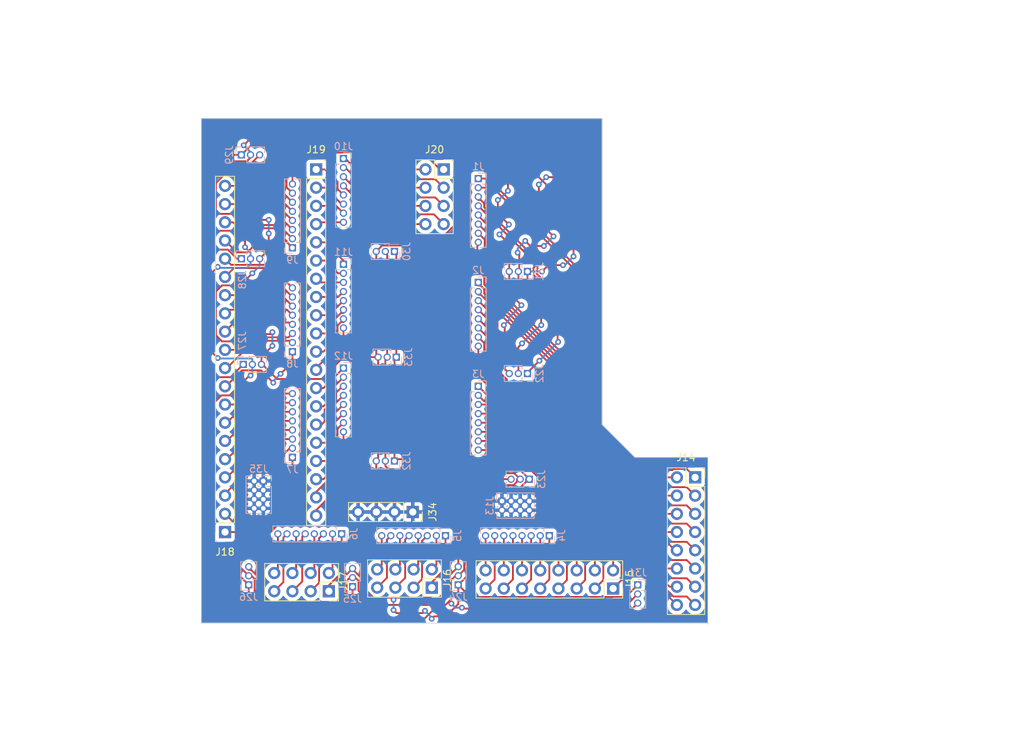
<source format=kicad_pcb>
(kicad_pcb (version 20221018) (generator pcbnew)
  (layers (0 "F.Cu" signal) (31 "B.Cu" signal) (34 "B.Paste" user) (35 "F.Paste" user) (36 "B.SilkS" user "B.Silkscreen") (37 "F.SilkS" user "F.Silkscreen") (38 "B.Mask" user) (39 "F.Mask" user) (44 "Edge.Cuts" user))
  (net 0 "")
  (net 1 "Net-(J1-Pin_1)")
  (net 2 "Net-(J1-Pin_2)")
  (net 3 "Net-(J1-Pin_3)")
  (net 4 "Net-(J1-Pin_4)")
  (net 5 "Net-(J1-Pin_5)")
  (net 6 "Net-(J1-Pin_6)")
  (net 7 "Net-(J1-Pin_7)")
  (net 8 "Net-(J1-Pin_8)")
  (net 9 "Net-(J17-Pin_1)")
  (net 10 "Net-(J17-Pin_2)")
  (net 11 "Net-(J17-Pin_3)")
  (net 12 "Net-(J17-Pin_4)")
  (net 13 "Net-(J17-Pin_5)")
  (net 14 "Net-(J17-Pin_6)")
  (net 15 "Net-(J17-Pin_7)")
  (net 16 "Net-(J17-Pin_8)")
  (net 17 "Net-(J18-Pin_8)")
  (net 18 "Net-(J18-Pin_7)")
  (net 19 "Net-(J18-Pin_6)")
  (net 20 "Net-(J18-Pin_5)")
  (net 21 "Net-(J18-Pin_4)")
  (net 22 "Net-(J18-Pin_3)")
  (net 23 "Net-(J18-Pin_2)")
  (net 24 "Net-(J18-Pin_1)")
  (net 25 "Net-(J14-Pin_9)")
  (net 26 "Net-(J14-Pin_10)")
  (net 27 "Net-(J14-Pin_11)")
  (net 28 "Net-(J14-Pin_12)")
  (net 29 "Net-(J14-Pin_13)")
  (net 30 "Net-(J14-Pin_14)")
  (net 31 "Net-(J14-Pin_15)")
  (net 32 "Net-(J14-Pin_16)")
  (net 33 "Net-(J15-Pin_1)")
  (net 34 "Net-(J15-Pin_2)")
  (net 35 "Net-(J15-Pin_3)")
  (net 36 "Net-(J15-Pin_4)")
  (net 37 "Net-(J15-Pin_5)")
  (net 38 "Net-(J15-Pin_6)")
  (net 39 "Net-(J15-Pin_7)")
  (net 40 "Net-(J15-Pin_8)")
  (net 41 "Net-(J15-Pin_9)")
  (net 42 "Net-(J15-Pin_10)")
  (net 43 "Net-(J15-Pin_11)")
  (net 44 "Net-(J15-Pin_12)")
  (net 45 "Net-(J15-Pin_13)")
  (net 46 "Net-(J15-Pin_14)")
  (net 47 "Net-(J15-Pin_15)")
  (net 48 "Net-(J15-Pin_16)")
  (net 49 "Net-(J16-Pin_1)")
  (net 50 "Net-(J16-Pin_2)")
  (net 51 "Net-(J16-Pin_3)")
  (net 52 "Net-(J16-Pin_4)")
  (net 53 "Net-(J16-Pin_5)")
  (net 54 "Net-(J16-Pin_6)")
  (net 55 "Net-(J16-Pin_7)")
  (net 56 "Net-(J16-Pin_8)")
  (net 57 "Net-(J18-Pin_16)")
  (net 58 "Net-(J18-Pin_15)")
  (net 59 "Net-(J18-Pin_14)")
  (net 60 "Net-(J18-Pin_13)")
  (net 61 "Net-(J18-Pin_12)")
  (net 62 "Net-(J18-Pin_11)")
  (net 63 "Net-(J18-Pin_10)")
  (net 64 "Net-(J18-Pin_9)")
  (net 65 "Net-(J10-Pin_1)")
  (net 66 "Net-(J10-Pin_2)")
  (net 67 "Net-(J10-Pin_3)")
  (net 68 "Net-(J10-Pin_4)")
  (net 69 "Net-(J10-Pin_5)")
  (net 70 "Net-(J10-Pin_6)")
  (net 71 "Net-(J10-Pin_7)")
  (net 72 "Net-(J10-Pin_8)")
  (net 73 "Net-(J11-Pin_1)")
  (net 74 "Net-(J11-Pin_2)")
  (net 75 "Net-(J11-Pin_3)")
  (net 76 "Net-(J11-Pin_4)")
  (net 77 "Net-(J11-Pin_5)")
  (net 78 "Net-(J11-Pin_6)")
  (net 79 "Net-(J11-Pin_7)")
  (net 80 "Net-(J11-Pin_8)")
  (net 81 "Net-(J12-Pin_1)")
  (net 82 "Net-(J12-Pin_2)")
  (net 83 "Net-(J12-Pin_3)")
  (net 84 "Net-(J12-Pin_4)")
  (net 85 "Net-(J12-Pin_5)")
  (net 86 "Net-(J12-Pin_6)")
  (net 87 "Net-(J12-Pin_7)")
  (net 88 "Net-(J12-Pin_8)")
  (net 89 "GND")
  (net 90 "SRCLK")
  (net 91 "SRCLR")
  (net 92 "RCLK")
  (net 93 "Net-(J20-Pin_1)")
  (net 94 "Net-(J20-Pin_2)")
  (net 95 "Net-(J20-Pin_3)")
  (net 96 "Net-(J20-Pin_4)")
  (net 97 "Net-(J18-Pin_20)")
  (net 98 "Net-(J18-Pin_19)")
  (net 99 "Net-(J18-Pin_18)")
  (net 100 "Net-(J18-Pin_17)")
  (footprint "Connector_PinSocket_2.54mm:PinSocket_2x04_P2.54mm_Vertical" (layer "F.Cu") (at 132.842 132.969 -90)
    (fp_text reference "J17")
    (fp_text value "segment6")
  )
  (footprint "Connector_PinSocket_2.54mm:PinSocket_1x20_P2.54mm_Vertical" (layer "F.Cu") (at 118.364 124.714 180)
    (fp_text reference "J18")
    (fp_text value "pedal1")
  )
  (footprint "Connector_PinSocket_2.54mm:PinSocket_2x04_P2.54mm_Vertical" (layer "F.Cu") (at 147.193 132.461 -90)
    (fp_text reference "J16")
    (fp_text value "segment5")
  )
  (footprint "Connector_PinSocket_2.54mm:PinSocket_2x04_P2.54mm_Vertical" (layer "F.Cu") (at 148.844 74.168)
    (fp_text reference "J20")
    (fp_text value "singleLED")
  )
  (footprint "Connector_PinSocket_2.54mm:PinSocket_1x04_P2.54mm_Vertical" (layer "F.Cu") (at 144.536 121.92 -90)
    (fp_text reference "J34")
    (fp_text value "ground")
  )
  (footprint "Connector_PinSocket_2.54mm:PinSocket_1x20_P2.54mm_Vertical" (layer "F.Cu") (at 131.064 74.168)
    (fp_text reference "J19")
    (fp_text value "pedal2")
  )
  (footprint "Connector_PinSocket_2.54mm:PinSocket_2x08_P2.54mm_Vertical" (layer "F.Cu") (at 172.466 132.588 -90)
    (fp_text reference "J15")
    (fp_text value "segment34")
  )
  (footprint "Connector_PinSocket_2.54mm:PinSocket_2x08_P2.54mm_Vertical" (layer "F.Cu") (at 183.896 117.094)
    (fp_text reference "J14")
    (fp_text value "segment12")
  )
  (footprint "Connector_PinHeader_1.27mm:PinHeader_1x08_P1.27mm_Vertical" (layer "B.Cu") (at 134.874 87.376 180)
    (fp_text reference "J11")
    (fp_text value "LED5")
  )
  (footprint "Connector_PinHeader_1.27mm:PinHeader_1x03_P1.27mm_Vertical" (layer "B.Cu") (at 160.528 88.392 90)
    (fp_text reference "J21")
    (fp_text value "HC595bridge")
  )
  (footprint "Connector_PinHeader_1.27mm:PinHeader_1x03_P1.27mm_Vertical" (layer "B.Cu") (at 121.666 132.08)
    (fp_text reference "J26")
    (fp_text value "HC595bridge")
  )
  (footprint "Connector_PinHeader_1.27mm:PinHeader_1x03_P1.27mm_Vertical" (layer "B.Cu") (at 120.65 72.136 -90)
    (fp_text reference "J29")
    (fp_text value "HC595bridge" hide)
  )
  (footprint "Connector_PinHeader_1.27mm:PinHeader_2x04_P1.27mm_Vertical" (layer "B.Cu") (at 156.972 120.396 -90)
    (fp_text reference "J13")
    (fp_text value "ground")
  )
  (footprint "Connector_PinHeader_1.27mm:PinHeader_1x03_P1.27mm_Vertical" (layer "B.Cu") (at 141.986 114.808 90)
    (fp_text reference "J32")
    (fp_text value "HC595bridge")
  )
  (footprint "Connector_PinHeader_1.27mm:PinHeader_1x08_P1.27mm_Vertical" (layer "B.Cu") (at 127.762 99.568)
    (fp_text reference "J8")
    (fp_text value "LED2")
  )
  (footprint "Connector_PinHeader_1.27mm:PinHeader_1x03_P1.27mm_Vertical" (layer "B.Cu") (at 136.144 132.334)
    (fp_text reference "J25")
    (fp_text value "HC595bridge")
  )
  (footprint "Connector_PinHeader_1.27mm:PinHeader_1x08_P1.27mm_Vertical" (layer "B.Cu") (at 153.67 89.916 180)
    (fp_text reference "J2")
    (fp_text value "Seg2")
  )
  (footprint "Connector_PinHeader_1.27mm:PinHeader_1x08_P1.27mm_Vertical" (layer "B.Cu") (at 153.67 104.394 180)
    (fp_text reference "J3")
    (fp_text value "Seg3")
  )
  (footprint "Connector_PinHeader_1.27mm:PinHeader_1x08_P1.27mm_Vertical" (layer "B.Cu") (at 153.67 75.438 180)
    (fp_text reference "J1")
    (fp_text value "Seg1")
  )
  (footprint "Connector_PinHeader_1.27mm:PinHeader_1x03_P1.27mm_Vertical" (layer "B.Cu") (at 150.876 132.08)
    (fp_text reference "J24")
    (fp_text value "HC595bridge")
  )
  (footprint "Connector_PinHeader_1.27mm:PinHeader_1x08_P1.27mm_Vertical" (layer "B.Cu") (at 163.576 125.222 90)
    (fp_text reference "J4")
    (fp_text value "Seg4")
  )
  (footprint "Connector_PinHeader_1.27mm:PinHeader_1x08_P1.27mm_Vertical" (layer "B.Cu") (at 134.874 72.644 180)
    (fp_text reference "J10")
    (fp_text value "LED4")
  )
  (footprint "Connector_PinHeader_1.27mm:PinHeader_1x03_P1.27mm_Vertical" (layer "B.Cu") (at 160.528 102.616 90)
    (fp_text reference "J22")
    (fp_text value "HC595bridge")
  )
  (footprint "Connector_PinHeader_1.27mm:PinHeader_1x03_P1.27mm_Vertical" (layer "B.Cu") (at 160.782 117.348 90)
    (fp_text reference "J23")
    (fp_text value "HC595bridge")
  )
  (footprint "Connector_PinHeader_1.27mm:PinHeader_1x08_P1.27mm_Vertical" (layer "B.Cu") (at 127.762 114.3)
    (fp_text reference "J7")
    (fp_text value "LED1")
  )
  (footprint "Connector_PinHeader_1.27mm:PinHeader_1x03_P1.27mm_Vertical" (layer "B.Cu") (at 142.24 100.33 90)
    (fp_text reference "J33")
    (fp_text value "HC595bridge")
  )
  (footprint "Connector_PinHeader_1.27mm:PinHeader_1x08_P1.27mm_Vertical" (layer "B.Cu") (at 134.62 124.968 90)
    (fp_text reference "J6")
    (fp_text value "Seg6")
  )
  (footprint "Connector_PinHeader_1.27mm:PinHeader_1x03_P1.27mm_Vertical" (layer "B.Cu") (at 175.895 132.08 180)
    (fp_text reference "J31")
    (fp_text value "HC595bridge")
  )
  (footprint "Connector_PinHeader_1.27mm:PinHeader_1x08_P1.27mm_Vertical" (layer "B.Cu") (at 127.762 85.09)
    (fp_text reference "J9")
    (fp_text value "LED3")
  )
  (footprint "Connector_PinHeader_1.27mm:PinHeader_1x03_P1.27mm_Vertical" (layer "B.Cu") (at 120.65 86.614 -90)
    (fp_text reference "J28")
    (fp_text value "HC595bridge" hide)
  )
  (footprint "Connector_PinHeader_1.27mm:PinHeader_1x03_P1.27mm_Vertical" (layer "B.Cu") (at 141.986 85.598 90)
    (fp_text reference "J30")
    (fp_text value "HC595bridge")
  )
  (footprint "Connector_PinHeader_1.27mm:PinHeader_1x08_P1.27mm_Vertical" (layer "B.Cu") (at 134.874 101.854 180)
    (fp_text reference "J12")
    (fp_text value "LED6")
  )
  (footprint "Connector_PinHeader_1.27mm:PinHeader_1x03_P1.27mm_Vertical" (layer "B.Cu") (at 120.904 101.346 -90)
    (fp_text reference "J27")
    (fp_text value "HC595bridge")
  )
  (footprint "Connector_PinHeader_1.27mm:PinHeader_1x08_P1.27mm_Vertical" (layer "B.Cu") (at 149.098 125.222 90)
    (fp_text reference "J5")
    (fp_text value "Seg5")
  )
  (footprint "Connector_PinHeader_1.27mm:PinHeader_2x04_P1.27mm_Vertical" (layer "B.Cu") (at 123.698 117.602 180)
    (fp_text reference "J35")
    (fp_text value "ground")
  )
  (gr_line (start 185.674 114.3) (end 175.514 114.3) (stroke (width 0.1)) (layer "Edge.Cuts"))
  (gr_line (start 115.062 67.056) (end 115.062 137.414) (stroke (width 0.1)) (layer "Edge.Cuts"))
  (gr_line (start 115.062 137.414) (end 185.674 137.414) (stroke (width 0.1)) (layer "Edge.Cuts"))
  (gr_line (start 170.942 109.728) (end 170.942 67.056) (stroke (width 0.1)) (layer "Edge.Cuts"))
  (gr_line (start 170.942 109.728) (end 175.514 114.3) (stroke (width 0.1)) (layer "Edge.Cuts"))
  (gr_line (start 185.674 137.563794) (end 185.674 114.3) (stroke (width 0.1)) (layer "Edge.Cuts"))
  (gr_line (start 170.942 67.056) (end 115.062 67.056) (stroke (width 0.1)) (layer "Edge.Cuts"))
  (segment (start 180.710299 116.078) (end 180.869299 115.919) (width 0.25) (layer "F.Cu") (net 1))
  (segment (start 170.023366 110.460366) (end 175.641 116.078) (width 0.25) (layer "F.Cu") (net 1))
  (segment (start 180.869299 115.919) (end 182.721 115.919) (width 0.25) (layer "F.Cu") (net 1))
  (segment (start 175.641 116.078) (end 180.710299 116.078) (width 0.25) (layer "F.Cu") (net 1))
  (segment (start 170.023366 90.394366) (end 170.023366 110.460366) (width 0.25) (layer "F.Cu") (net 1))
  (segment (start 182.721 115.919) (end 183.896 117.094) (width 0.25) (layer "F.Cu") (net 1))
  (segment (start 155.067 75.438) (end 170.023366 90.394366) (width 0.25) (layer "F.Cu") (net 1))
  (segment (start 153.67 75.438) (end 155.067 75.438) (width 0.25) (layer "F.Cu") (net 1))
  (segment (start 153.67 76.708) (end 155.700604 76.708) (width 0.25) (layer "F.Cu") (net 2))
  (segment (start 169.573366 90.580762) (end 169.573366 110.646762) (width 0.25) (layer "F.Cu") (net 2))
  (segment (start 169.573366 110.646762) (end 176.020604 117.094) (width 0.25) (layer "F.Cu") (net 2))
  (segment (start 176.020604 117.094) (end 181.356 117.094) (width 0.25) (layer "F.Cu") (net 2))
  (segment (start 155.700604 76.708) (end 169.573366 90.580762) (width 0.25) (layer "F.Cu") (net 2))
  (segment (start 182.721 118.459) (end 183.896 119.634) (width 0.25) (layer "F.Cu") (net 3))
  (segment (start 154.495 78.906273) (end 154.495 79.436604) (width 0.25) (layer "F.Cu") (net 3))
  (segment (start 169.123366 96.012671) (end 169.123366 110.833158) (width 0.25) (layer "F.Cu") (net 3))
  (segment (start 161.803 88.091695) (end 161.803 88.692305) (width 0.25) (layer "F.Cu") (net 3))
  (segment (start 176.749208 118.459) (end 182.721 118.459) (width 0.25) (layer "F.Cu") (net 3))
  (segment (start 161.925 86.866604) (end 161.925 87.969695) (width 0.25) (layer "F.Cu") (net 3))
  (segment (start 154.495 79.436604) (end 161.925 86.866604) (width 0.25) (layer "F.Cu") (net 3))
  (segment (start 169.123366 110.833158) (end 176.749208 118.459) (width 0.25) (layer "F.Cu") (net 3))
  (segment (start 161.803 88.692305) (end 169.123366 96.012671) (width 0.25) (layer "F.Cu") (net 3))
  (segment (start 154.011727 78.423) (end 154.495 78.906273) (width 0.25) (layer "F.Cu") (net 3))
  (segment (start 153.67 77.978) (end 153.67 78.423) (width 0.25) (layer "F.Cu") (net 3))
  (segment (start 161.925 87.969695) (end 161.803 88.091695) (width 0.25) (layer "F.Cu") (net 3))
  (segment (start 153.67 78.423) (end 154.011727 78.423) (width 0.25) (layer "F.Cu") (net 3))
  (segment (start 161.353 87.905299) (end 161.353 88.878701) (width 0.25) (layer "F.Cu") (net 4))
  (segment (start 161.475 87.783299) (end 161.353 87.905299) (width 0.25) (layer "F.Cu") (net 4))
  (segment (start 161.475 87.053) (end 161.475 87.783299) (width 0.25) (layer "F.Cu") (net 4))
  (segment (start 153.67 79.248) (end 161.475 87.053) (width 0.25) (layer "F.Cu") (net 4))
  (segment (start 168.673366 111.019554) (end 177.287812 119.634) (width 0.25) (layer "F.Cu") (net 4))
  (segment (start 177.287812 119.634) (end 181.356 119.634) (width 0.25) (layer "F.Cu") (net 4))
  (segment (start 168.673366 96.199067) (end 168.673366 111.019554) (width 0.25) (layer "F.Cu") (net 4))
  (segment (start 161.353 88.878701) (end 168.673366 96.199067) (width 0.25) (layer "F.Cu") (net 4))
  (segment (start 153.67 80.518) (end 153.67 80.621273) (width 0.25) (layer "F.Cu") (net 5))
  (segment (start 156.295 88.981812) (end 156.295 90.732293) (width 0.25) (layer "F.Cu") (net 5))
  (segment (start 153.67 80.621273) (end 155.702 82.653273) (width 0.25) (layer "F.Cu") (net 5))
  (segment (start 155.702 82.653273) (end 155.702 88.388812) (width 0.25) (layer "F.Cu") (net 5))
  (segment (start 178.016416 120.999) (end 182.721 120.999) (width 0.25) (layer "F.Cu") (net 5))
  (segment (start 168.223366 102.660659) (end 168.223366 111.20595) (width 0.25) (layer "F.Cu") (net 5))
  (segment (start 182.721 120.999) (end 183.896 122.174) (width 0.25) (layer "F.Cu") (net 5))
  (segment (start 168.223366 111.20595) (end 178.016416 120.999) (width 0.25) (layer "F.Cu") (net 5))
  (segment (start 156.295 90.732293) (end 168.223366 102.660659) (width 0.25) (layer "F.Cu") (net 5))
  (segment (start 155.702 88.388812) (end 156.295 88.981812) (width 0.25) (layer "F.Cu") (net 5))
  (segment (start 178.55502 122.174) (end 181.356 122.174) (width 0.25) (layer "F.Cu") (net 6))
  (segment (start 167.773366 111.392346) (end 178.55502 122.174) (width 0.25) (layer "F.Cu") (net 6))
  (segment (start 155.845 90.918689) (end 167.773366 102.847055) (width 0.25) (layer "F.Cu") (net 6))
  (segment (start 167.773366 102.847055) (end 167.773366 111.392346) (width 0.25) (layer "F.Cu") (net 6))
  (segment (start 155.194 83.312) (end 155.194 88.517208) (width 0.25) (layer "F.Cu") (net 6))
  (segment (start 155.845 89.168208) (end 155.845 90.918689) (width 0.25) (layer "F.Cu") (net 6))
  (segment (start 153.67 81.788) (end 155.194 83.312) (width 0.25) (layer "F.Cu") (net 6))
  (segment (start 155.194 88.517208) (end 155.845 89.168208) (width 0.25) (layer "F.Cu") (net 6))
  (segment (start 154.559 83.947) (end 154.559 88.518604) (width 0.25) (layer "F.Cu") (net 7))
  (segment (start 179.283624 123.539) (end 182.721 123.539) (width 0.25) (layer "F.Cu") (net 7))
  (segment (start 153.67 83.058) (end 154.559 83.947) (width 0.25) (layer "F.Cu") (net 7))
  (segment (start 155.395 91.105085) (end 167.323366 103.033451) (width 0.25) (layer "F.Cu") (net 7))
  (segment (start 167.323366 111.578742) (end 179.283624 123.539) (width 0.25) (layer "F.Cu") (net 7))
  (segment (start 155.395 89.354604) (end 155.395 91.105085) (width 0.25) (layer "F.Cu") (net 7))
  (segment (start 154.559 88.518604) (end 155.395 89.354604) (width 0.25) (layer "F.Cu") (net 7))
  (segment (start 167.323366 103.033451) (end 167.323366 111.578742) (width 0.25) (layer "F.Cu") (net 7))
  (segment (start 182.721 123.539) (end 183.896 124.714) (width 0.25) (layer "F.Cu") (net 7))
  (segment (start 153.543 88.139) (end 154.495 89.091) (width 0.25) (layer "F.Cu") (net 8))
  (segment (start 154.495 90.207877) (end 154.945 90.657877) (width 0.25) (layer "F.Cu") (net 8))
  (segment (start 154.945 91.291481) (end 166.873366 103.219847) (width 0.25) (layer "F.Cu") (net 8))
  (segment (start 153.543 84.455) (end 153.543 88.139) (width 0.25) (layer "F.Cu") (net 8))
  (segment (start 166.873366 111.765138) (end 179.822228 124.714) (width 0.25) (layer "F.Cu") (net 8))
  (segment (start 154.495 89.091) (end 154.495 90.207877) (width 0.25) (layer "F.Cu") (net 8))
  (segment (start 153.67 84.328) (end 153.543 84.455) (width 0.25) (layer "F.Cu") (net 8))
  (segment (start 166.873366 103.219847) (end 166.873366 111.765138) (width 0.25) (layer "F.Cu") (net 8))
  (segment (start 154.945 90.657877) (end 154.945 91.291481) (width 0.25) (layer "F.Cu") (net 8))
  (segment (start 179.822228 124.714) (end 181.356 124.714) (width 0.25) (layer "F.Cu") (net 8))
  (segment (start 132.842 132.1435) (end 134.62 130.3655) (width 0.25) (layer "F.Cu") (net 9))
  (segment (start 134.62 130.3655) (end 134.62 124.968) (width 0.25) (layer "F.Cu") (net 9))
  (segment (start 132.842 132.969) (end 132.842 132.1435) (width 0.25) (layer "F.Cu") (net 9))
  (segment (start 133.35 124.968) (end 133.35 129.921) (width 0.25) (layer "F.Cu") (net 10))
  (segment (start 133.35 129.921) (end 132.842 130.429) (width 0.25) (layer "F.Cu") (net 10))
  (segment (start 131.477 125.571) (end 131.477 131.794) (width 0.25) (layer "F.Cu") (net 11))
  (segment (start 132.08 124.968) (end 131.477 125.571) (width 0.25) (layer "F.Cu") (net 11))
  (segment (start 131.477 131.794) (end 130.302 132.969) (width 0.25) (layer "F.Cu") (net 11))
  (segment (start 130.81 124.968) (end 130.81 129.921) (width 0.25) (layer "F.Cu") (net 12))
  (segment (start 130.81 129.921) (end 130.302 130.429) (width 0.25) (layer "F.Cu") (net 12))
  (segment (start 129.127 131.604) (end 129.127 125.381) (width 0.25) (layer "F.Cu") (net 13))
  (segment (start 127.762 132.969) (end 129.127 131.604) (width 0.25) (layer "F.Cu") (net 13))
  (segment (start 129.127 125.381) (end 129.54 124.968) (width 0.25) (layer "F.Cu") (net 13))
  (segment (start 128.27 129.921) (end 127.762 130.429) (width 0.25) (layer "F.Cu") (net 14))
  (segment (start 128.27 124.968) (end 128.27 129.921) (width 0.25) (layer "F.Cu") (net 14))
  (segment (start 126.500001 131.690999) (end 125.222 132.969) (width 0.25) (layer "F.Cu") (net 15))
  (segment (start 126.500001 125.467999) (end 126.500001 131.690999) (width 0.25) (layer "F.Cu") (net 15))
  (segment (start 127 124.968) (end 126.500001 125.467999) (width 0.25) (layer "F.Cu") (net 15))
  (segment (start 125.73 124.968) (end 125.73 129.921) (width 0.25) (layer "F.Cu") (net 16))
  (segment (start 125.73 129.921) (end 125.222 130.429) (width 0.25) (layer "F.Cu") (net 16))
  (segment (start 119.761 106.934) (end 118.364 106.934) (width 0.25) (layer "F.Cu") (net 17))
  (segment (start 121.285 105.41) (end 119.761 106.934) (width 0.25) (layer "F.Cu") (net 17))
  (segment (start 127.762 105.41) (end 121.285 105.41) (width 0.25) (layer "F.Cu") (net 17))
  (segment (start 118.618 109.474) (end 118.364 109.474) (width 0.25) (layer "F.Cu") (net 18))
  (segment (start 121.412 106.68) (end 118.618 109.474) (width 0.25) (layer "F.Cu") (net 18))
  (segment (start 127.762 106.68) (end 121.412 106.68) (width 0.25) (layer "F.Cu") (net 18))
  (segment (start 118.618 112.014) (end 118.364 112.014) (width 0.25) (layer "F.Cu") (net 19))
  (segment (start 127.762 107.95) (end 122.682 107.95) (width 0.25) (layer "F.Cu") (net 19))
  (segment (start 122.682 107.95) (end 118.618 112.014) (width 0.25) (layer "F.Cu") (net 19))
  (segment (start 127.762 109.22) (end 123.952 109.22) (width 0.25) (layer "F.Cu") (net 20))
  (segment (start 123.952 109.22) (end 118.618 114.554) (width 0.25) (layer "F.Cu") (net 20))
  (segment (start 118.618 114.554) (end 118.364 114.554) (width 0.25) (layer "F.Cu") (net 20))
  (segment (start 118.618 117.094) (end 118.364 117.094) (width 0.25) (layer "F.Cu") (net 21))
  (segment (start 127.762 110.49) (end 125.222 110.49) (width 0.25) (layer "F.Cu") (net 21))
  (segment (start 125.222 110.49) (end 118.618 117.094) (width 0.25) (layer "F.Cu") (net 21))
  (segment (start 125.984 111.76) (end 118.364 119.38) (width 0.25) (layer "F.Cu") (net 22))
  (segment (start 118.364 119.38) (end 118.364 119.634) (width 0.25) (layer "F.Cu") (net 22))
  (segment (start 127.762 111.76) (end 125.984 111.76) (width 0.25) (layer "F.Cu") (net 22))
  (segment (start 119.38 123.19) (end 118.364 122.174) (width 0.25) (layer "F.Cu") (net 23))
  (segment (start 127.382 113.03) (end 126.492 113.92) (width 0.25) (layer "F.Cu") (net 23))
  (segment (start 127.762 113.03) (end 127.382 113.03) (width 0.25) (layer "F.Cu") (net 23))
  (segment (start 124.206 123.19) (end 119.38 123.19) (width 0.25) (layer "F.Cu") (net 23))
  (segment (start 126.492 113.92) (end 126.492 120.904) (width 0.25) (layer "F.Cu") (net 23))
  (segment (start 126.492 120.904) (end 124.206 123.19) (width 0.25) (layer "F.Cu") (net 23))
  (segment (start 127.762 114.3) (end 127.762 121.666) (width 0.25) (layer "F.Cu") (net 24))
  (segment (start 124.714 124.714) (end 118.364 124.714) (width 0.25) (layer "F.Cu") (net 24))
  (segment (start 127.762 121.666) (end 124.714 124.714) (width 0.25) (layer "F.Cu") (net 24))
  (segment (start 180.550832 126.079) (end 182.721 126.079) (width 0.25) (layer "F.Cu") (net 25))
  (segment (start 154.011727 90.361) (end 154.495 90.844273) (width 0.25) (layer "F.Cu") (net 25))
  (segment (start 153.67 89.916) (end 153.67 90.361) (width 0.25) (layer "F.Cu") (net 25))
  (segment (start 166.423366 103.406243) (end 166.423366 111.951534) (width 0.25) (layer "F.Cu") (net 25))
  (segment (start 153.67 90.361) (end 154.011727 90.361) (width 0.25) (layer "F.Cu") (net 25))
  (segment (start 154.495 91.477877) (end 166.423366 103.406243) (width 0.25) (layer "F.Cu") (net 25))
  (segment (start 182.721 126.079) (end 183.896 127.254) (width 0.25) (layer "F.Cu") (net 25))
  (segment (start 166.423366 111.951534) (end 180.550832 126.079) (width 0.25) (layer "F.Cu") (net 25))
  (segment (start 154.495 90.844273) (end 154.495 91.477877) (width 0.25) (layer "F.Cu") (net 25))
  (segment (start 181.089436 127.254) (end 181.356 127.254) (width 0.25) (layer "F.Cu") (net 26))
  (segment (start 165.973366 103.592639) (end 165.973366 112.13793) (width 0.25) (layer "F.Cu") (net 26))
  (segment (start 154.011727 91.631) (end 165.973366 103.592639) (width 0.25) (layer "F.Cu") (net 26))
  (segment (start 165.973366 112.13793) (end 181.089436 127.254) (width 0.25) (layer "F.Cu") (net 26))
  (segment (start 153.67 91.186) (end 153.67 91.631) (width 0.25) (layer "F.Cu") (net 26))
  (segment (start 153.67 91.631) (end 154.011727 91.631) (width 0.25) (layer "F.Cu") (net 26))
  (segment (start 156.349396 102.144123) (end 157.646273 103.441) (width 0.25) (layer "F.Cu") (net 27))
  (segment (start 153.67 92.456) (end 156.349396 95.135396) (width 0.25) (layer "F.Cu") (net 27))
  (segment (start 176.668 126.755604) (end 178.531396 128.619) (width 0.25) (layer "F.Cu") (net 27))
  (segment (start 157.646273 103.441) (end 157.646273 104.447233) (width 0.25) (layer "F.Cu") (net 27))
  (segment (start 178.531396 128.619) (end 182.721 128.619) (width 0.25) (layer "F.Cu") (net 27))
  (segment (start 157.646273 104.447233) (end 176.668 123.46896) (width 0.25) (layer "F.Cu") (net 27))
  (segment (start 156.349396 95.135396) (end 156.349396 102.144123) (width 0.25) (layer "F.Cu") (net 27))
  (segment (start 182.721 128.619) (end 183.896 129.794) (width 0.25) (layer "F.Cu") (net 27))
  (segment (start 176.668 123.46896) (end 176.668 126.755604) (width 0.25) (layer "F.Cu") (net 27))
  (segment (start 157.195 104.632356) (end 176.218 123.655356) (width 0.25) (layer "F.Cu") (net 28))
  (segment (start 179.07 129.794) (end 181.356 129.794) (width 0.25) (layer "F.Cu") (net 28))
  (segment (start 157.195 103.723416) (end 157.195 104.632356) (width 0.25) (layer "F.Cu") (net 28))
  (segment (start 176.218 126.942) (end 179.07 129.794) (width 0.25) (layer "F.Cu") (net 28))
  (segment (start 153.67 93.726) (end 155.899396 95.955396) (width 0.25) (layer "F.Cu") (net 28))
  (segment (start 176.218 123.655356) (end 176.218 126.942) (width 0.25) (layer "F.Cu") (net 28))
  (segment (start 155.899396 102.427812) (end 157.195 103.723416) (width 0.25) (layer "F.Cu") (net 28))
  (segment (start 155.899396 95.955396) (end 155.899396 102.427812) (width 0.25) (layer "F.Cu") (net 28))
  (segment (start 153.67 94.996) (end 155.449396 96.775396) (width 0.25) (layer "F.Cu") (net 29))
  (segment (start 175.768 127.128396) (end 179.798604 131.159) (width 0.25) (layer "F.Cu") (net 29))
  (segment (start 156.745 104.818752) (end 175.768 123.841752) (width 0.25) (layer "F.Cu") (net 29))
  (segment (start 155.449396 96.775396) (end 155.449396 102.614208) (width 0.25) (layer "F.Cu") (net 29))
  (segment (start 156.745 103.909812) (end 156.745 104.818752) (width 0.25) (layer "F.Cu") (net 29))
  (segment (start 175.768 123.841752) (end 175.768 127.128396) (width 0.25) (layer "F.Cu") (net 29))
  (segment (start 155.449396 102.614208) (end 156.745 103.909812) (width 0.25) (layer "F.Cu") (net 29))
  (segment (start 182.721 131.159) (end 183.896 132.334) (width 0.25) (layer "F.Cu") (net 29))
  (segment (start 179.798604 131.159) (end 182.721 131.159) (width 0.25) (layer "F.Cu") (net 29))
  (segment (start 175.26 123.970148) (end 175.26 127.256792) (width 0.25) (layer "F.Cu") (net 30))
  (segment (start 156.295 104.096208) (end 156.295 105.005148) (width 0.25) (layer "F.Cu") (net 30))
  (segment (start 154.945 102.746208) (end 156.295 104.096208) (width 0.25) (layer "F.Cu") (net 30))
  (segment (start 156.295 105.005148) (end 175.26 123.970148) (width 0.25) (layer "F.Cu") (net 30))
  (segment (start 154.945 97.541) (end 154.945 102.746208) (width 0.25) (layer "F.Cu") (net 30))
  (segment (start 153.67 96.266) (end 154.945 97.541) (width 0.25) (layer "F.Cu") (net 30))
  (segment (start 180.337208 132.334) (end 181.356 132.334) (width 0.25) (layer "F.Cu") (net 30))
  (segment (start 175.26 127.256792) (end 180.337208 132.334) (width 0.25) (layer "F.Cu") (net 30))
  (segment (start 154.495 98.361) (end 154.495 103.119) (width 0.25) (layer "F.Cu") (net 31))
  (segment (start 154.495 103.119) (end 154.681396 103.119) (width 0.25) (layer "F.Cu") (net 31))
  (segment (start 174.752 127.581701) (end 180.869299 133.699) (width 0.25) (layer "F.Cu") (net 31))
  (segment (start 154.681396 103.119) (end 155.845 104.282604) (width 0.25) (layer "F.Cu") (net 31))
  (segment (start 182.721 133.699) (end 183.896 134.874) (width 0.25) (layer "F.Cu") (net 31))
  (segment (start 155.845 105.191544) (end 174.752 124.098544) (width 0.25) (layer "F.Cu") (net 31))
  (segment (start 180.869299 133.699) (end 182.721 133.699) (width 0.25) (layer "F.Cu") (net 31))
  (segment (start 153.67 97.536) (end 154.495 98.361) (width 0.25) (layer "F.Cu") (net 31))
  (segment (start 155.845 104.282604) (end 155.845 105.191544) (width 0.25) (layer "F.Cu") (net 31))
  (segment (start 174.752 124.098544) (end 174.752 127.581701) (width 0.25) (layer "F.Cu") (net 31))
  (segment (start 174.244 124.22694) (end 174.244 127.762) (width 0.25) (layer "F.Cu") (net 32))
  (segment (start 153.67 98.806) (end 153.67 102.930396) (width 0.25) (layer "F.Cu") (net 32))
  (segment (start 153.67 102.930396) (end 155.395 104.655396) (width 0.25) (layer "F.Cu") (net 32))
  (segment (start 174.244 127.762) (end 181.356 134.874) (width 0.25) (layer "F.Cu") (net 32))
  (segment (start 155.395 104.655396) (end 155.395 105.37794) (width 0.25) (layer "F.Cu") (net 32))
  (segment (start 155.395 105.37794) (end 174.244 124.22694) (width 0.25) (layer "F.Cu") (net 32))
  (segment (start 154.945 105.669) (end 155.049664 105.669) (width 0.25) (layer "F.Cu") (net 33))
  (segment (start 173.641 131.413) (end 172.466 132.588) (width 0.25) (layer "F.Cu") (net 33))
  (segment (start 173.641 124.260336) (end 173.641 131.413) (width 0.25) (layer "F.Cu") (net 33))
  (segment (start 153.67 104.394) (end 154.945 105.669) (width 0.25) (layer "F.Cu") (net 33))
  (segment (start 155.049664 105.669) (end 173.641 124.260336) (width 0.25) (layer "F.Cu") (net 33))
  (segment (start 172.466 123.721732) (end 155.233268 106.489) (width 0.25) (layer "F.Cu") (net 34))
  (segment (start 154.495 106.489) (end 153.67 105.664) (width 0.25) (layer "F.Cu") (net 34))
  (segment (start 155.233268 106.489) (end 154.495 106.489) (width 0.25) (layer "F.Cu") (net 34))
  (segment (start 172.466 130.048) (end 172.466 123.721732) (width 0.25) (layer "F.Cu") (net 34))
  (segment (start 153.67 106.934) (end 153.675 106.939) (width 0.25) (layer "F.Cu") (net 35))
  (segment (start 171.101 122.993128) (end 171.101 131.413) (width 0.25) (layer "F.Cu") (net 35))
  (segment (start 171.101 131.413) (end 169.926 132.588) (width 0.25) (layer "F.Cu") (net 35))
  (segment (start 153.675 106.939) (end 155.046872 106.939) (width 0.25) (layer "F.Cu") (net 35))
  (segment (start 155.046872 106.939) (end 171.101 122.993128) (width 0.25) (layer "F.Cu") (net 35))
  (segment (start 169.926 122.454524) (end 155.675476 108.204) (width 0.25) (layer "F.Cu") (net 36))
  (segment (start 169.926 130.048) (end 169.926 122.454524) (width 0.25) (layer "F.Cu") (net 36))
  (segment (start 155.675476 108.204) (end 153.67 108.204) (width 0.25) (layer "F.Cu") (net 36))
  (segment (start 167.386 132.588) (end 168.561 131.413) (width 0.25) (layer "F.Cu") (net 37))
  (segment (start 156.30908 109.474) (end 153.67 109.474) (width 0.25) (layer "F.Cu") (net 37))
  (segment (start 168.561 121.72592) (end 156.30908 109.474) (width 0.25) (layer "F.Cu") (net 37))
  (segment (start 168.561 131.413) (end 168.561 121.72592) (width 0.25) (layer "F.Cu") (net 37))
  (segment (start 153.67 110.744) (end 156.942684 110.744) (width 0.25) (layer "F.Cu") (net 38))
  (segment (start 167.386 121.187316) (end 167.386 130.048) (width 0.25) (layer "F.Cu") (net 38))
  (segment (start 156.942684 110.744) (end 167.386 121.187316) (width 0.25) (layer "F.Cu") (net 38))
  (segment (start 166.021 122.714) (end 166.021 131.413) (width 0.25) (layer "F.Cu") (net 39))
  (segment (start 166.021 131.413) (end 164.846 132.588) (width 0.25) (layer "F.Cu") (net 39))
  (segment (start 165.989 122.682) (end 166.021 122.714) (width 0.25) (layer "F.Cu") (net 39))
  (segment (start 153.67 112.014) (end 157.576288 112.014) (width 0.25) (layer "F.Cu") (net 39))
  (segment (start 165.989 120.426712) (end 165.989 122.682) (width 0.25) (layer "F.Cu") (net 39))
  (segment (start 157.576288 112.014) (end 165.989 120.426712) (width 0.25) (layer "F.Cu") (net 39))
  (segment (start 153.67 113.284) (end 158.209892 113.284) (width 0.25) (layer "F.Cu") (net 40))
  (segment (start 164.846 119.920108) (end 164.846 130.048) (width 0.25) (layer "F.Cu") (net 40))
  (segment (start 158.209892 113.284) (end 164.846 119.920108) (width 0.25) (layer "F.Cu") (net 40))
  (segment (start 162.306 132.588) (end 163.576 131.318) (width 0.25) (layer "F.Cu") (net 41))
  (segment (start 163.576 131.318) (end 163.576 125.222) (width 0.25) (layer "F.Cu") (net 41))
  (segment (start 162.306 130.048) (end 162.306 125.222) (width 0.25) (layer "F.Cu") (net 42))
  (segment (start 161.036 131.318) (end 159.766 132.588) (width 0.25) (layer "F.Cu") (net 43))
  (segment (start 161.036 125.222) (end 161.036 131.318) (width 0.25) (layer "F.Cu") (net 43))
  (segment (start 159.766 125.222) (end 159.766 130.048) (width 0.25) (layer "F.Cu") (net 44))
  (segment (start 158.496 125.222) (end 158.496 131.318) (width 0.25) (layer "F.Cu") (net 45))
  (segment (start 158.496 131.318) (end 157.226 132.588) (width 0.25) (layer "F.Cu") (net 45))
  (segment (start 157.226 130.048) (end 157.226 125.222) (width 0.25) (layer "F.Cu") (net 46))
  (segment (start 154.686 132.588) (end 155.956 131.318) (width 0.25) (layer "F.Cu") (net 47))
  (segment (start 155.956 131.318) (end 155.956 125.222) (width 0.25) (layer "F.Cu") (net 47))
  (segment (start 154.686 125.222) (end 154.686 130.048) (width 0.25) (layer "F.Cu") (net 48))
  (segment (start 149.098 129.794) (end 147.193 131.699) (width 0.25) (layer "F.Cu") (net 49))
  (segment (start 149.098 125.222) (end 149.098 129.794) (width 0.25) (layer "F.Cu") (net 49))
  (segment (start 147.193 131.699) (end 147.193 132.461) (width 0.25) (layer "F.Cu") (net 49))
  (segment (start 147.828 125.222) (end 147.828 129.286) (width 0.25) (layer "F.Cu") (net 50))
  (segment (start 147.828 129.286) (end 147.193 129.921) (width 0.25) (layer "F.Cu") (net 50))
  (segment (start 145.828 131.286) (end 144.653 132.461) (width 0.25) (layer "F.Cu") (net 51))
  (segment (start 146.558 125.222) (end 145.828 125.952) (width 0.25) (layer "F.Cu") (net 51))
  (segment (start 145.828 125.952) (end 145.828 131.286) (width 0.25) (layer "F.Cu") (net 51))
  (segment (start 145.288 129.286) (end 144.653 129.921) (width 0.25) (layer "F.Cu") (net 52))
  (segment (start 145.288 125.222) (end 145.288 129.286) (width 0.25) (layer "F.Cu") (net 52))
  (segment (start 143.478 131.096) (end 142.113 132.461) (width 0.25) (layer "F.Cu") (net 53))
  (segment (start 143.478 125.762) (end 143.478 131.096) (width 0.25) (layer "F.Cu") (net 53))
  (segment (start 144.018 125.222) (end 143.478 125.762) (width 0.25) (layer "F.Cu") (net 53))
  (segment (start 142.748 125.222) (end 142.748 129.286) (width 0.25) (layer "F.Cu") (net 54))
  (segment (start 142.748 129.286) (end 142.113 129.921) (width 0.25) (layer "F.Cu") (net 54))
  (segment (start 140.938 125.762) (end 141.478 125.222) (width 0.25) (layer "F.Cu") (net 55))
  (segment (start 139.573 132.461) (end 140.938 131.096) (width 0.25) (layer "F.Cu") (net 55))
  (segment (start 140.938 131.096) (end 140.938 125.762) (width 0.25) (layer "F.Cu") (net 55))
  (segment (start 140.208 129.286) (end 139.573 129.921) (width 0.25) (layer "F.Cu") (net 56))
  (segment (start 140.208 125.222) (end 140.208 129.286) (width 0.25) (layer "F.Cu") (net 56))
  (segment (start 118.364 86.614) (end 119.214 87.464) (width 0.25) (layer "F.Cu") (net 57))
  (segment (start 119.214 87.464) (end 124.548 87.464) (width 0.25) (layer "F.Cu") (net 57))
  (segment (start 124.548 87.464) (end 127.762 90.678) (width 0.25) (layer "F.Cu") (net 57))
  (segment (start 119.604 87.914) (end 123.728 87.914) (width 0.25) (layer "F.Cu") (net 58))
  (segment (start 118.364 89.154) (end 119.604 87.914) (width 0.25) (layer "F.Cu") (net 58))
  (segment (start 123.728 87.914) (end 127.762 91.948) (width 0.25) (layer "F.Cu") (net 58))
  (segment (start 126.238 91.694) (end 127.762 93.218) (width 0.25) (layer "F.Cu") (net 59))
  (segment (start 118.364 91.694) (end 126.238 91.694) (width 0.25) (layer "F.Cu") (net 59))
  (segment (start 127 93.726) (end 118.872 93.726) (width 0.25) (layer "F.Cu") (net 60))
  (segment (start 118.872 93.726) (end 118.364 94.234) (width 0.25) (layer "F.Cu") (net 60))
  (segment (start 127.762 94.488) (end 127 93.726) (width 0.25) (layer "F.Cu") (net 60))
  (segment (start 127.254 95.504) (end 119.634 95.504) (width 0.25) (layer "F.Cu") (net 61))
  (segment (start 119.634 95.504) (end 118.364 96.774) (width 0.25) (layer "F.Cu") (net 61))
  (segment (start 127.762 95.758) (end 127.508 95.758) (width 0.25) (layer "F.Cu") (net 61))
  (segment (start 127.508 95.758) (end 127.254 95.504) (width 0.25) (layer "F.Cu") (net 61))
  (segment (start 127.217 97.573) (end 122.262604 97.573) (width 0.25) (layer "F.Cu") (net 62))
  (segment (start 127.762 97.028) (end 127.217 97.573) (width 0.25) (layer "F.Cu") (net 62))
  (segment (start 120.521604 99.314) (end 118.364 99.314) (width 0.25) (layer "F.Cu") (net 62))
  (segment (start 122.262604 97.573) (end 120.521604 99.314) (width 0.25) (layer "F.Cu") (net 62))
  (segment (start 127.508 98.044) (end 122.428 98.044) (width 0.25) (layer "F.Cu") (net 63))
  (segment (start 122.428 98.044) (end 118.618 101.854) (width 0.25) (layer "F.Cu") (net 63))
  (segment (start 127.762 98.298) (end 127.508 98.044) (width 0.25) (layer "F.Cu") (net 63))
  (segment (start 118.618 101.854) (end 118.364 101.854) (width 0.25) (layer "F.Cu") (net 63))
  (segment (start 120.715396 102.171) (end 118.492396 104.394) (width 0.25) (layer "F.Cu") (net 64))
  (segment (start 118.492396 104.394) (end 118.364 104.394) (width 0.25) (layer "F.Cu") (net 64))
  (segment (start 126.111 102.653) (end 127.762 101.002) (width 0.25) (layer "F.Cu") (net 64))
  (segment (start 123.370694 102.171) (end 120.715396 102.171) (width 0.25) (layer "F.Cu") (net 64))
  (segment (start 125.090347 103.890653) (end 123.370694 102.171) (width 0.25) (layer "F.Cu") (net 64))
  (segment (start 127.762 101.002) (end 127.762 99.568) (width 0.25) (layer "F.Cu") (net 64))
  (via (at 126.111 102.653) (size 0.8) (drill 0.4) (layers "F.Cu" "B.Cu") (net 64))
  (via (at 125.090347 103.890653) (size 0.8) (drill 0.4) (layers "F.Cu" "B.Cu") (net 64))
  (segment (start 125.090347 103.673653) (end 125.090347 103.890653) (width 0.25) (layer "B.Cu") (net 64))
  (segment (start 126.111 102.653) (end 125.090347 103.673653) (width 0.25) (layer "B.Cu") (net 64))
  (segment (start 135.128 72.644) (end 140.557 78.073) (width 0.25) (layer "F.Cu") (net 65))
  (segment (start 134.874 72.644) (end 135.128 72.644) (width 0.25) (layer "F.Cu") (net 65))
  (segment (start 147.669 78.073) (end 148.844 79.248) (width 0.25) (layer "F.Cu") (net 65))
  (segment (start 140.557 78.073) (end 147.669 78.073) (width 0.25) (layer "F.Cu") (net 65))
  (segment (start 140.462 79.248) (end 146.304 79.248) (width 0.25) (layer "F.Cu") (net 66))
  (segment (start 135.128 73.914) (end 140.462 79.248) (width 0.25) (layer "F.Cu") (net 66))
  (segment (start 134.874 73.914) (end 135.128 73.914) (width 0.25) (layer "F.Cu") (net 66))
  (segment (start 147.479 80.423) (end 148.844 81.788) (width 0.25) (layer "F.Cu") (net 67))
  (segment (start 140.113 80.423) (end 147.479 80.423) (width 0.25) (layer "F.Cu") (net 67))
  (segment (start 134.874 75.184) (end 140.113 80.423) (width 0.25) (layer "F.Cu") (net 67))
  (segment (start 140.208 81.788) (end 134.874 76.454) (width 0.25) (layer "F.Cu") (net 68))
  (segment (start 146.304 81.788) (end 140.208 81.788) (width 0.25) (layer "F.Cu") (net 68))
  (segment (start 134.049 75.883) (end 134.049 76.899) (width 0.25) (layer "F.Cu") (net 69))
  (segment (start 132.334 74.168) (end 134.049 75.883) (width 0.25) (layer "F.Cu") (net 69))
  (segment (start 134.049 76.899) (end 134.874 77.724) (width 0.25) (layer "F.Cu") (net 69))
  (segment (start 131.064 74.168) (end 132.334 74.168) (width 0.25) (layer "F.Cu") (net 69))
  (segment (start 134.62 78.994) (end 134.874 78.994) (width 0.25) (layer "F.Cu") (net 70))
  (segment (start 132.334 76.708) (end 134.62 78.994) (width 0.25) (layer "F.Cu") (net 70))
  (segment (start 131.064 76.708) (end 132.334 76.708) (width 0.25) (layer "F.Cu") (net 70))
  (segment (start 131.064 79.248) (end 133.858 79.248) (width 0.25) (layer "F.Cu") (net 71))
  (segment (start 133.858 79.248) (end 134.874 80.264) (width 0.25) (layer "F.Cu") (net 71))
  (segment (start 131.318 81.534) (end 134.874 81.534) (width 0.25) (layer "F.Cu") (net 72))
  (segment (start 131.064 81.788) (end 131.318 81.534) (width 0.25) (layer "F.Cu") (net 72))
  (segment (start 131.064 84.328) (end 132.334 84.328) (width 0.25) (layer "F.Cu") (net 73))
  (segment (start 134.874 86.868) (end 134.874 87.376) (width 0.25) (layer "F.Cu") (net 73))
  (segment (start 132.334 84.328) (end 134.874 86.868) (width 0.25) (layer "F.Cu") (net 73))
  (segment (start 134.874 88.646) (end 134.112 88.646) (width 0.25) (layer "F.Cu") (net 74))
  (segment (start 134.112 88.646) (end 132.334 86.868) (width 0.25) (layer "F.Cu") (net 74))
  (segment (start 132.334 86.868) (end 131.064 86.868) (width 0.25) (layer "F.Cu") (net 74))
  (segment (start 131.064 89.408) (end 131.572 89.916) (width 0.25) (layer "F.Cu") (net 75))
  (segment (start 131.572 89.916) (end 134.874 89.916) (width 0.25) (layer "F.Cu") (net 75))
  (segment (start 131.064 91.948) (end 134.112 91.948) (width 0.25) (layer "F.Cu") (net 76))
  (segment (start 134.112 91.948) (end 134.874 91.186) (width 0.25) (layer "F.Cu") (net 76))
  (segment (start 134.874 92.456) (end 132.842 94.488) (width 0.25) (layer "F.Cu") (net 77))
  (segment (start 132.842 94.488) (end 131.064 94.488) (width 0.25) (layer "F.Cu") (net 77))
  (segment (start 132.588 97.028) (end 131.064 97.028) (width 0.25) (layer "F.Cu") (net 78))
  (segment (start 134.532273 94.171) (end 133.599 95.104273) (width 0.25) (layer "F.Cu") (net 78))
  (segment (start 134.874 94.171) (end 134.532273 94.171) (width 0.25) (layer "F.Cu") (net 78))
  (segment (start 133.599 95.104273) (end 133.599 96.017) (width 0.25) (layer "F.Cu") (net 78))
  (segment (start 134.874 93.726) (end 134.874 94.171) (width 0.25) (layer "F.Cu") (net 78))
  (segment (start 133.599 96.017) (end 132.588 97.028) (width 0.25) (layer "F.Cu") (net 78))
  (segment (start 134.874 95.441) (end 134.532273 95.441) (width 0.25) (layer "F.Cu") (net 79))
  (segment (start 134.049 95.924273) (end 134.049 97.599) (width 0.25) (layer "F.Cu") (net 79))
  (segment (start 132.08 99.568) (end 131.064 99.568) (width 0.25) (layer "F.Cu") (net 79))
  (segment (start 134.532273 95.441) (end 134.049 95.924273) (width 0.25) (layer "F.Cu") (net 79))
  (segment (start 134.049 97.599) (end 132.08 99.568) (width 0.25) (layer "F.Cu") (net 79))
  (segment (start 134.874 94.996) (end 134.874 95.441) (width 0.25) (layer "F.Cu") (net 79))
  (segment (start 134.874 98.044) (end 131.064 101.854) (width 0.25) (layer "F.Cu") (net 80))
  (segment (start 131.064 101.854) (end 131.064 102.108) (width 0.25) (layer "F.Cu") (net 80))
  (segment (start 134.874 96.266) (end 134.874 98.044) (width 0.25) (layer "F.Cu") (net 80))
  (segment (start 132.08 104.648) (end 131.064 104.648) (width 0.25) (layer "F.Cu") (net 81))
  (segment (start 134.874 101.854) (end 132.08 104.648) (width 0.25) (layer "F.Cu") (net 81))
  (segment (start 131.064 107.188) (end 132.077208 107.188) (width 0.25) (layer "F.Cu") (net 82))
  (segment (start 132.077208 107.188) (end 133.408 105.857208) (width 0.25) (layer "F.Cu") (net 82))
  (segment (start 133.408 104.59) (end 134.874 103.124) (width 0.25) (layer "F.Cu") (net 82))
  (segment (start 133.408 105.857208) (end 133.408 104.59) (width 0.25) (layer "F.Cu") (net 82))
  (segment (start 134.499 104.643396) (end 134.499 104.394) (width 0.25) (layer "F.Cu") (net 83))
  (segment (start 131.064 109.728) (end 131.826 109.728) (width 0.25) (layer "F.Cu") (net 83))
  (segment (start 132.249 109.305) (end 132.249 107.652604) (width 0.25) (layer "F.Cu") (net 83))
  (segment (start 133.858 106.043604) (end 133.858 105.284396) (width 0.25) (layer "F.Cu") (net 83))
  (segment (start 134.499 104.394) (end 134.874 104.394) (width 0.25) (layer "F.Cu") (net 83))
  (segment (start 132.249 107.652604) (end 133.858 106.043604) (width 0.25) (layer "F.Cu") (net 83))
  (segment (start 131.826 109.728) (end 132.249 109.305) (width 0.25) (layer "F.Cu") (net 83))
  (segment (start 133.858 105.284396) (end 134.499 104.643396) (width 0.25) (layer "F.Cu") (net 83))
  (segment (start 132.699 107.839) (end 134.874 105.664) (width 0.25) (layer "F.Cu") (net 84))
  (segment (start 132.334 112.268) (end 132.699 111.903) (width 0.25) (layer "F.Cu") (net 84))
  (segment (start 131.064 112.268) (end 132.334 112.268) (width 0.25) (layer "F.Cu") (net 84))
  (segment (start 132.699 111.903) (end 132.699 107.839) (width 0.25) (layer "F.Cu") (net 84))
  (segment (start 133.149 108.659) (end 134.874 106.934) (width 0.25) (layer "F.Cu") (net 85))
  (segment (start 131.064 114.808) (end 132.842 114.808) (width 0.25) (layer "F.Cu") (net 85))
  (segment (start 132.842 114.808) (end 133.149 114.501) (width 0.25) (layer "F.Cu") (net 85))
  (segment (start 133.149 114.501) (end 133.149 108.659) (width 0.25) (layer "F.Cu") (net 85))
  (segment (start 134.874 108.204) (end 133.599 109.479) (width 0.25) (layer "F.Cu") (net 86))
  (segment (start 133.599 115.829) (end 132.08 117.348) (width 0.25) (layer "F.Cu") (net 86))
  (segment (start 133.599 109.479) (end 133.599 115.829) (width 0.25) (layer "F.Cu") (net 86))
  (segment (start 132.08 117.348) (end 131.064 117.348) (width 0.25) (layer "F.Cu") (net 86))
  (segment (start 131.064 119.888) (end 131.064 119.126) (width 0.25) (layer "F.Cu") (net 87))
  (segment (start 134.049 110.299) (end 134.874 109.474) (width 0.25) (layer "F.Cu") (net 87))
  (segment (start 134.049 116.141) (end 134.049 110.299) (width 0.25) (layer "F.Cu") (net 87))
  (segment (start 131.064 119.126) (end 134.049 116.141) (width 0.25) (layer "F.Cu") (net 87))
  (segment (start 131.064 122.428) (end 131.064 121.666) (width 0.25) (layer "F.Cu") (net 88))
  (segment (start 131.064 121.666) (end 134.874 117.856) (width 0.25) (layer "F.Cu") (net 88))
  (segment (start 134.874 117.856) (end 134.874 110.744) (width 0.25) (layer "F.Cu") (net 88))
  (segment (start 123.698 136.652) (end 133.985 136.652) (width 0.25) (layer "F.Cu") (net 90))
  (segment (start 159.154727 118.872) (end 156.21 118.872) (width 0.25) (layer "F.Cu") (net 90))
  (segment (start 115.443 86.868) (end 116.967 85.344) (width 0.25) (layer "F.Cu") (net 90))
  (segment (start 160.337 117.348) (end 160.337 117.689727) (width 0.25) (layer "F.Cu") (net 90))
  (segment (start 142.24 100.33) (end 142.24 85.852) (width 0.25) (layer "F.Cu") (net 90))
  (segment (start 115.443 74.422) (end 117.729 72.136) (width 0.25) (layer "F.Cu") (net 90))
  (segment (start 164.719 98.130987) (end 164.719 94.107) (width 0.25) (layer "F.Cu") (net 90))
  (segment (start 153.162 129.794) (end 150.876 132.08) (width 0.25) (layer "F.Cu") (net 90))
  (segment (start 136.144 134.493) (end 136.144 132.334) (width 0.25) (layer "F.Cu") (net 90))
  (segment (start 142.24 85.852) (end 141.986 85.598) (width 0.25) (layer "F.Cu") (net 90))
  (segment (start 164.719 94.107) (end 160.528 89.916) (width 0.25) (layer "F.Cu") (net 90))
  (segment (start 154.432 123.698) (end 153.162 124.968) (width 0.25) (layer "F.Cu") (net 90))
  (segment (start 138.938 136.779) (end 146.177001 136.779) (width 0.25) (layer "F.Cu") (net 90))
  (segment (start 160.782 117.348) (end 160.337 117.348) (width 0.25) (layer "F.Cu") (net 90))
  (segment (start 116.967 85.344) (end 115.443 83.82) (width 0.25) (layer "F.Cu") (net 90))
  (segment (start 174.212 133.763) (end 152.559 133.763) (width 0.25) (layer "F.Cu") (net 90))
  (segment (start 160.337 117.689727) (end 159.154727 118.872) (width 0.25) (layer "F.Cu") (net 90))
  (segment (start 133.985 136.652) (end 136.144 134.493) (width 0.25) (layer "F.Cu") (net 90))
  (segment (start 157.988 114.554) (end 142.24 114.554) (width 0.25) (layer "F.Cu") (net 90))
  (segment (start 166.946153 86.291847) (end 166.946153 80.078154) (width 0.25) (layer "F.Cu") (net 90))
  (segment (start 121.666 132.08) (end 115.316 125.73) (width 0.25) (layer "F.Cu") (net 90))
  (segment (start 136.144 133.985) (end 138.938 136.779) (width 0.25) (layer "F.Cu") (net 90))
  (segment (start 159.574999 72.707) (end 147.511396 72.707) (width 0.25) (layer "F.Cu") (net 90))
  (segment (start 141.986 114.808) (end 141.986 100.584) (width 0.25) (layer "F.Cu") (net 90))
  (segment (start 154.432 120.65) (end 154.432 123.698) (width 0.25) (layer "F.Cu") (net 90))
  (segment (start 162.18619 100.830768) (end 160.528 102.488958) (width 0.25) (layer "F.Cu") (net 90))
  (segment (start 147.511396 72.707) (end 144.823396 70.019) (width 0.25) (layer "F.Cu") (net 90))
  (segment (start 166.946153 80.078154) (end 159.574999 72.707) (width 0.25) (layer "F.Cu") (net 90))
  (segment (start 160.782 117.348) (end 157.988 114.554) (width 0.25) (layer "F.Cu") (net 90))
  (segment (start 153.162 124.968) (end 153.162 129.794) (width 0.25) (layer "F.Cu") (net 90))
  (segment (start 142.24 114.554) (end 141.986 114.808) (width 0.25) (layer "F.Cu") (net 90))
  (segment (start 120.65 86.614) (end 120.025701 86.614) (width 0.25) (layer "F.Cu") (net 90))
  (segment (start 147.320001 135.636) (end 149.987 135.636) (width 0.25) (layer "F.Cu") (net 90))
  (segment (start 115.316 104.013) (end 116.205 103.124) (width 0.25) (layer "F.Cu") (net 90))
  (segment (start 146.177001 136.779) (end 147.320001 135.636) (width 0.25) (layer "F.Cu") (net 90))
  (segment (start 119.126 103.124) (end 116.205 103.124) (width 0.25) (layer "F.Cu") (net 90))
  (segment (start 120.904 101.346) (end 119.126 103.124) (width 0.25) (layer "F.Cu") (net 90))
  (segment (start 162.544 88.407999) (end 163.443648 87.508351) (width 0.25) (layer "F.Cu") (net 90))
  (segment (start 120.025701 86.614) (end 118.755701 85.344) (width 0.25) (layer "F.Cu") (net 90))
  (segment (start 115.443 102.362) (end 115.443 86.868) (width 0.25) (layer "F.Cu") (net 90))
  (segment (start 163.443648 87.508351) (end 165.475649 87.508351) (width 0.25) (layer "F.Cu") (net 90))
  (segment (start 175.895 132.08) (end 174.212 133.763) (width 0.25) (layer "F.Cu") (net 90))
  (segment (start 121.666 132.08) (end 121.666 134.62) (width 0.25) (layer "F.Cu") (net 90))
  (segment (start 118.755701 85.344) (end 116.967 85.344) (width 0.25) (layer "F.Cu") (net 90))
  (segment (start 117.729 72.136) (end 120.65 72.136) (width 0.25) (layer "F.Cu") (net 90))
  (segment (start 121.666 134.62) (end 123.698 136.652) (width 0.25) (layer "F.Cu") (net 90))
  (segment (start 122.767 70.019) (end 120.65 72.136) (width 0.25) (layer "F.Cu") (net 90))
  (segment (start 141.986 100.584) (end 142.24 100.33) (width 0.25) (layer "F.Cu") (net 90))
  (segment (start 152.559 133.763) (end 150.876 132.08) (width 0.25) (layer "F.Cu") (net 90))
  (segment (start 160.528 89.916) (end 160.528 88.392) (width 0.25) (layer "F.Cu") (net 90))
  (segment (start 115.316 125.73) (end 115.316 104.013) (width 0.25) (layer "F.Cu") (net 90))
  (segment (start 115.443 83.82) (end 115.443 74.422) (width 0.25) (layer "F.Cu") (net 90))
  (segment (start 149.987 135.636) (end 150.876 134.747) (width 0.25) (layer "F.Cu") (net 90))
  (segment (start 144.823396 70.019) (end 122.767 70.019) (width 0.25) (layer "F.Cu") (net 90))
  (segment (start 156.21 118.872) (end 154.432 120.65) (width 0.25) (layer "F.Cu") (net 90))
  (segment (start 136.144 132.334) (end 136.144 133.985) (width 0.25) (layer "F.Cu") (net 90))
  (segment (start 116.205 103.124) (end 115.443 102.362) (width 0.25) (layer "F.Cu") (net 90))
  (segment (start 164.802506 98.214493) (end 164.719 98.130987) (width 0.25) (layer "F.Cu") (net 90))
  (segment (start 160.528 102.488958) (end 160.528 102.616) (width 0.25) (layer "F.Cu") (net 90))
  (segment (start 150.876 134.747) (end 150.876 132.08) (width 0.25) (layer "F.Cu") (net 90))
  (via (at 162.544 88.407999) (size 0.8) (drill 0.4) (layers "F.Cu" "B.Cu") (net 90))
  (via (at 165.475649 87.508351) (size 0.8) (drill 0.4) (layers "F.Cu" "B.Cu") (net 90))
  (via (at 164.802506 98.214493) (size 0.8) (drill 0.4) (layers "F.Cu" "B.Cu") (net 90))
  (via (at 166.946153 86.291847) (size 0.8) (drill 0.4) (layers "F.Cu" "B.Cu") (net 90))
  (via (at 162.18619 100.830768) (size 0.8) (drill 0.4) (layers "F.Cu" "B.Cu") (net 90))
  (segment (start 160.528 88.392) (end 162.528001 88.392) (width 0.25) (layer "B.Cu") (net 90))
  (segment (start 165.729649 87.508351) (end 166.946153 86.291847) (width 0.25) (layer "B.Cu") (net 90))
  (segment (start 164.802506 98.214493) (end 162.186231 100.830768) (width 0.25) (layer "B.Cu") (net 90))
  (segment (start 162.528001 88.392) (end 162.544 88.407999) (width 0.25) (layer "B.Cu") (net 90))
  (segment (start 162.186231 100.830768) (end 162.18619 100.830768) (width 0.25) (layer "B.Cu") (net 90))
  (segment (start 165.475649 87.508351) (end 165.729649 87.508351) (width 0.25) (layer "B.Cu") (net 90))
  (segment (start 124.196694 67.564) (end 165.354 67.564) (width 0.25) (layer "F.Cu") (net 91))
  (segment (start 122.491 131.255) (end 122.046 130.81) (width 0.25) (layer "F.Cu") (net 91))
  (segment (start 150.496 130.81) (end 149.86 131.446) (width 0.25) (layer "F.Cu") (net 91))
  (segment (start 150.876 130.81) (end 150.496 130.81) (width 0.25) (layer "F.Cu") (net 91))
  (segment (start 140.97 100.33) (end 141.224 100.584) (width 0.25) (layer "F.Cu") (net 91))
  (segment (start 121.765604 102.896) (end 118.997604 105.664) (width 0.25) (layer "F.Cu") (net 91))
  (segment (start 162.433 95.844988) (end 162.433 93.853) (width 0.25) (layer "F.Cu") (net 91))
  (segment (start 121.92 102.896) (end 121.765604 102.896) (width 0.25) (layer "F.Cu") (net 91))
  (segment (start 159.155771 85.759076) (end 159.385 85.988305) (width 0.25) (layer "F.Cu") (net 91))
  (segment (start 162.110847 81.456541) (end 162.110847 76.268153) (width 0.25) (layer "F.Cu") (net 91))
  (segment (start 140.716 100.584) (end 140.97 100.33) (width 0.25) (layer "F.Cu") (net 91))
  (segment (start 116.078 99.187) (end 116.078 89.027) (width 0.25) (layer "F.Cu") (net 91))
  (segment (start 162.453006 95.864994) (end 162.433 95.844988) (width 0.25) (layer "F.Cu") (net 91))
  (segment (start 149.098 134.874) (end 138.938 134.874) (width 0.25) (layer "F.Cu") (net 91))
  (segment (start 141.723894 116.523) (end 140.716 115.515106) (width 0.25) (layer "F.Cu") (net 91))
  (segment (start 122.491 133.413) (end 122.491 131.255) (width 0.25) (layer "F.Cu") (net 91))
  (segment (start 159.512 117.348) (end 158.687 116.523) (width 0.25) (layer "F.Cu") (net 91))
  (segment (start 117.348 100.457) (end 116.078 99.187) (width 0.25) (layer "F.Cu") (net 91))
  (segment (start 116.078 89.027) (end 117.348 87.757) (width 0.25) (layer "F.Cu") (net 91))
  (segment (start 158.583727 118.173) (end 155.131 118.173) (width 0.25) (layer "F.Cu") (net 91))
  (segment (start 135.319 134.175) (end 133.604 135.89) (width 0.25) (layer "F.Cu") (net 91))
  (segment (start 133.604 135.89) (end 124.968 135.89) (width 0.25) (layer "F.Cu") (net 91))
  (segment (start 153.416 119.888) (end 153.416 123.19) (width 0.25) (layer "F.Cu") (net 91))
  (segment (start 159.258 98.932996) (end 159.258 102.616) (width 0.25) (layer "F.Cu") (net 91))
  (segment (start 135.764 131.064) (end 135.319 131.509) (width 0.25) (layer "F.Cu") (net 91))
  (segment (start 136.524 131.064) (end 136.144 131.064) (width 0.25) (layer "F.Cu") (net 91))
  (segment (start 121.412 73.025) (end 121.92 72.517) (width 0.25) (layer "F.Cu") (net 91))
  (segment (start 121.92 72.517) (end 121.92 72.136) (width 0.25) (layer "F.Cu") (net 91))
  (segment (start 117.856 105.664) (end 116.586 106.934) (width 0.25) (layer "F.Cu") (net 91))
  (segment (start 159.385 88.392) (end 159.258 88.392) (width 0.25) (layer "F.Cu") (net 91))
  (segment (start 116.586 106.934) (end 116.586 125.73) (width 0.25) (layer "F.Cu") (net 91))
  (segment (start 165.354 67.564) (end 166.941 69.151) (width 0.25) (layer "F.Cu") (net 91))
  (segment (start 117.126 82.709) (end 116.205 81.788) (width 0.25) (layer "F.Cu") (net 91))
  (segment (start 140.97 85.852) (end 140.97 100.33) (width 0.25) (layer "F.Cu") (net 91))
  (segment (start 118.997604 105.664) (end 117.856 105.664) (width 0.25) (layer "F.Cu") (net 91))
  (segment (start 162.433 93.853) (end 159.258 90.678) (width 0.25) (layer "F.Cu") (net 91))
  (segment (start 140.716 114.808) (end 140.716 100.584) (width 0.25) (layer "F.Cu") (net 91))
  (segment (start 116.586 125.73) (end 121.666 130.81) (width 0.25) (layer "F.Cu") (net 91))
  (segment (start 136.969 132.905) (end 136.969 131.509) (width 0.25) (layer "F.Cu") (net 91))
  (segment (start 151.701 124.905) (end 151.701 129.985) (width 0.25) (layer "F.Cu") (net 91))
  (segment (start 158.687 116.523) (end 141.723894 116.523) (width 0.25) (layer "F.Cu") (net 91))
  (segment (start 122.046 130.81) (end 121.666 130.81) (width 0.25) (layer "F.Cu") (net 91))
  (segment (start 159.258 90.678) (end 159.258 88.392) (width 0.25) (layer "F.Cu") (net 91))
  (segment (start 116.205 81.788) (end 116.205 75.565) (width 0.25) (layer "F.Cu") (net 91))
  (segment (start 120.962347 70.798347) (end 124.196694 67.564) (width 0.25) (layer "F.Cu") (net 91))
  (segment (start 140.716 85.598) (end 140.97 85.852) (width 0.25) (layer "F.Cu") (net 91))
  (segment (start 151.388653 135.259653) (end 151.511 135.382) (width 0.25) (layer "F.Cu") (net 91))
  (segment (start 164.152153 83.497847) (end 162.110847 81.456541) (width 0.25) (layer "F.Cu") (net 91))
  (segment (start 162.808649 84.841351) (end 160.925053 84.841351) (width 0.25) (layer "F.Cu") (net 91))
  (segment (start 166.941 69.151) (end 166.941 73.978) (width 0.25) (layer "F.Cu") (net 91))
  (segment (start 121.158 84.238) (end 119.629 82.709) (width 0.25) (layer "F.Cu") (net 91))
  (segment (start 151.701 129.985) (end 150.876 130.81) (width 0.25) (layer "F.Cu") (net 91))
  (segment (start 116.205 75.565) (end 118.745 73.025) (width 0.25) (layer "F.Cu") (net 91))
  (segment (start 136.969 131.509) (end 136.524 131.064) (width 0.25) (layer "F.Cu") (net 91))
  (segment (start 121.158 85) (end 121.158 84.238) (width 0.25) (layer "F.Cu") (net 91))
  (segment (start 155.131 118.173) (end 153.416 119.888) (width 0.25) (layer "F.Cu") (net 91))
  (segment (start 149.86 131.446) (end 149.86 134.112) (width 0.25) (layer "F.Cu") (net 91))
  (segment (start 118.745 73.025) (end 121.412 73.025) (width 0.25) (layer "F.Cu") (net 91))
  (segment (start 138.938 134.874) (end 136.969 132.905) (width 0.25) (layer "F.Cu") (net 91))
  (segment (start 119.629 82.709) (end 117.126 82.709) (width 0.25) (layer "F.Cu") (net 91))
  (segment (start 159.512 117.348) (end 159.067 117.348) (width 0.25) (layer "F.Cu") (net 91))
  (segment (start 153.416 123.19) (end 151.701 124.905) (width 0.25) (layer "F.Cu") (net 91))
  (segment (start 151.511 135.382) (end 173.863 135.382) (width 0.25) (layer "F.Cu") (net 91))
  (segment (start 124.968 135.89) (end 122.491 133.413) (width 0.25) (layer "F.Cu") (net 91))
  (segment (start 135.319 131.509) (end 135.319 134.175) (width 0.25) (layer "F.Cu") (net 91))
  (segment (start 159.385 85.988305) (end 159.385 88.392) (width 0.25) (layer "F.Cu") (net 91))
  (segment (start 165.676153 75.242847) (end 163.136153 75.242847) (width 0.25) (layer "F.Cu") (net 91))
  (segment (start 173.863 135.382) (end 175.895 133.35) (width 0.25) (layer "F.Cu") (net 91))
  (segment (start 166.941 73.978) (end 165.676153 75.242847) (width 0.25) (layer "F.Cu") (net 91))
  (segment (start 136.144 131.064) (end 135.764 131.064) (width 0.25) (layer "F.Cu") (net 91))
  (segment (start 160.925053 84.841351) (end 160.215851 84.132149) (width 0.25) (layer "F.Cu") (net 91))
  (segment (start 159.067 117.689727) (end 158.583727 118.173) (width 0.25) (layer "F.Cu") (net 91))
  (segment (start 149.86 134.112) (end 149.098 134.874) (width 0.25) (layer "F.Cu") (net 91))
  (segment (start 140.716 115.515106) (end 140.716 114.808) (width 0.25) (layer "F.Cu") (net 91))
  (segment (start 159.067 117.348) (end 159.067 117.689727) (width 0.25) (layer "F.Cu") (net 91))
  (segment (start 159.773209 98.417787) (end 159.258 98.932996) (width 0.25) (layer "F.Cu") (net 91))
  (via (at 117.348 87.757) (size 0.8) (drill 0.4) (layers "F.Cu" "B.Cu") (net 91))
  (via (at 163.136153 75.242847) (size 0.8) (drill 0.4) (layers "F.Cu" "B.Cu") (net 91))
  (via (at 149.919115 134.678579) (size 0.8) (drill 0.4) (layers "F.Cu" "B.Cu") (net 91))
  (via (at 117.348 100.457) (size 0.8) (drill 0.4) (layers "F.Cu" "B.Cu") (net 91))
  (via (at 162.453006 95.864994) (size 0.8) (drill 0.4) (layers "F.Cu" "B.Cu") (net 91))
  (via (at 120.962347 70.798347) (size 0.8) (drill 0.4) (layers "F.Cu" "B.Cu") (net 91))
  (via (at 162.110847 76.268153) (size 0.8) (drill 0.4) (layers "F.Cu" "B.Cu") (net 91))
  (via (at 121.92 102.896) (size 0.8) (drill 0.4) (layers "F.Cu" "B.Cu") (net 91))
  (via (at 121.158 85) (size 0.8) (drill 0.4) (layers "F.Cu" "B.Cu") (net 91))
  (via (at 160.215851 84.132149) (size 0.8) (drill 0.4) (layers "F.Cu" "B.Cu") (net 91))
  (via (at 159.155771 85.759076) (size 0.8) (drill 0.4) (layers "F.Cu" "B.Cu") (net 91))
  (via (at 162.808649 84.841351) (size 0.8) (drill 0.4) (layers "F.Cu" "B.Cu") (net 91))
  (via (at 151.388653 135.259653) (size 0.8) (drill 0.4) (layers "F.Cu" "B.Cu") (net 91))
  (via (at 159.773209 98.417787) (size 0.8) (drill 0.4) (layers "F.Cu" "B.Cu") (net 91))
  (via (at 164.152153 83.497847) (size 0.8) (drill 0.4) (layers "F.Cu" "B.Cu") (net 91))
  (segment (start 159.155771 85.192229) (end 160.215851 84.132149) (width 0.25) (layer "B.Cu") (net 91))
  (segment (start 117.348 87.757) (end 117.474598 87.883598) (width 0.25) (layer "B.Cu") (net 91))
  (segment (start 122.056106 100.521) (end 122.174 100.638894) (width 0.25) (layer "B.Cu") (net 91))
  (segment (start 164.152153 83.497847) (end 162.808649 84.841351) (width 0.25) (layer "B.Cu") (net 91))
  (segment (start 121.92 86.614) (end 121.92 85.762) (width 0.25) (layer "B.Cu") (net 91))
  (segment (start 150.500189 135.259653) (end 151.388653 135.259653) (width 0.25) (layer "B.Cu") (net 91))
  (segment (start 162.453006 95.864994) (end 162.326002 95.864994) (width 0.25) (layer "B.Cu") (net 91))
  (segment (start 162.326002 95.864994) (end 159.773209 98.417787) (width 0.25) (layer "B.Cu") (net 91))
  (segment (start 162.110847 76.268153) (end 163.136153 75.242847) (width 0.25) (layer "B.Cu") (net 91))
  (segment (start 122.174 100.638894) (end 122.174 101.346) (width 0.25) (layer "B.Cu") (net 91))
  (segment (start 117.412 100.521) (end 122.056106 100.521) (width 0.25) (layer "B.Cu") (net 91))
  (segment (start 122.174 102.642) (end 121.92 102.896) (width 0.25) (layer "B.Cu") (net 91))
  (segment (start 117.474598 87.883598) (end 121.357508 87.883598) (width 0.25) (layer "B.Cu") (net 91))
  (segment (start 121.357508 87.883598) (end 121.92 87.321106) (width 0.25) (layer "B.Cu") (net 91))
  (segment (start 121.92 87.321106) (end 121.92 86.614) (width 0.25) (layer "B.Cu") (net 91))
  (segment (start 121.92 85.762) (end 121.158 85) (width 0.25) (layer "B.Cu") (net 91))
  (segment (start 120.962347 70.798347) (end 121.92 71.756) (width 0.25) (layer "B.Cu") (net 91))
  (segment (start 117.348 100.457) (end 117.412 100.521) (width 0.25) (layer "B.Cu") (net 91))
  (segment (start 122.174 101.346) (end 122.174 102.642) (width 0.25) (layer "B.Cu") (net 91))
  (segment (start 159.155771 85.759076) (end 159.155771 85.192229) (width 0.25) (layer "B.Cu") (net 91))
  (segment (start 121.92 71.756) (end 121.92 72.136) (width 0.25) (layer "B.Cu") (net 91))
  (segment (start 149.919115 134.678579) (end 150.500189 135.259653) (width 0.25) (layer "B.Cu") (net 91))
  (segment (start 158.242 117.348) (end 153.67 117.348) (width 0.25) (layer "F.Cu") (net 92))
  (segment (start 148.209 133.858) (end 148.971 133.096) (width 0.25) (layer "F.Cu") (net 92))
  (segment (start 122.007727 129.985) (end 123.19 131.167273) (width 0.25) (layer "F.Cu") (net 92))
  (segment (start 124.693 97.123) (end 124.968 96.848) (width 0.25) (layer "F.Cu") (net 92))
  (segment (start 157.353 95.997578) (end 157.353 101.981) (width 0.25) (layer "F.Cu") (net 92))
  (segment (start 152.4 74.168) (end 151.638 74.93) (width 0.25) (layer "F.Cu") (net 92))
  (segment (start 137.419 132.212) (end 139.065 133.858) (width 0.25) (layer "F.Cu") (net 92))
  (segment (start 125.603 103.378) (end 131.824604 103.378) (width 0.25) (layer "F.Cu") (net 92))
  (segment (start 117.094 76.062299) (end 119.681299 73.475) (width 0.25) (layer "F.Cu") (net 92))
  (segment (start 124.968 98.769) (end 123.444 100.293) (width 0.25) (layer "F.Cu") (net 92))
  (segment (start 131.824604 103.378) (end 134.872604 100.33) (width 0.25) (layer "F.Cu") (net 92))
  (segment (start 157.802153 76.268153) (end 155.702 74.168) (width 0.25) (layer "F.Cu") (net 92))
  (segment (start 123.444 101.346) (end 123.571 101.346) (width 0.25) (layer "F.Cu") (net 92))
  (segment (start 157.802153 77.147847) (end 157.802153 76.268153) (width 0.25) (layer "F.Cu") (net 92))
  (segment (start 134.869 133.482) (end 134.869 131.069) (width 0.25) (layer "F.Cu") (net 92))
  (segment (start 142.621 120.269) (end 139.446 117.094) (width 0.25) (layer "F.Cu") (net 92))
  (segment (start 139.446 117.094) (end 139.446 114.808) (width 0.25) (layer "F.Cu") (net 92))
  (segment (start 136.144 129.794) (end 136.144 129.897273) (width 0.25) (layer "F.Cu") (net 92))
  (segment (start 123.19 132.969) (end 125.349 135.128) (width 0.25) (layer "F.Cu") (net 92))
  (segment (start 121.666 129.54) (end 121.666 129.985) (width 0.25) (layer "F.Cu") (net 92))
  (segment (start 117.951 98.139) (end 120.047 98.139) (width 0.25) (layer "F.Cu") (net 92))
  (segment (start 125.349 135.128) (end 133.223 135.128) (width 0.25) (layer "F.Cu") (net 92))
  (segment (start 117.094 97.282) (end 117.951 98.139) (width 0.25) (layer "F.Cu") (net 92))
  (segment (start 153.67 117.348) (end 150.876 120.142) (width 0.25) (layer "F.Cu") (net 92))
  (segment (start 159.680753 93.09274) (end 157.988 91.399987) (width 0.25) (layer "F.Cu") (net 92))
  (segment (start 133.223 135.128) (end 134.869 133.482) (width 0.25) (layer "F.Cu") (net 92))
  (segment (start 145.913694 136.017) (end 146.235847 135.694847) (width 0.25) (layer "F.Cu") (net 92))
  (segment (start 147.515153 136.466153) (end 174.048847 136.466153) (width 0.25) (layer "F.Cu") (net 92))
  (segment (start 123.444 100.293) (end 123.444 101.346) (width 0.25) (layer "F.Cu") (net 92))
  (segment (start 151.638 80.655701) (end 147.520701 84.773) (width 0.25) (layer "F.Cu") (net 92))
  (segment (start 157.353 101.981) (end 157.988 102.616) (width 0.25) (layer "F.Cu") (net 92))
  (segment (start 148.971 133.096) (end 148.971 131.445) (width 0.25) (layer "F.Cu") (net 92))
  (segment (start 117.57 80.359) (end 117.094 79.883) (width 0.25) (layer "F.Cu") (net 92))
  (segment (start 120.047 98.139) (end 121.063 97.123) (width 0.25) (layer "F.Cu") (net 92))
  (segment (start 134.872604 100.33) (end 139.7 100.33) (width 0.25) (layer "F.Cu") (net 92))
  (segment (start 119.681299 73.475) (end 121.851 73.475) (width 0.25) (layer "F.Cu") (net 92))
  (segment (start 123.19 131.167273) (end 123.19 132.969) (width 0.25) (layer "F.Cu") (net 92))
  (segment (start 121.666 129.985) (end 122.007727 129.985) (width 0.25) (layer "F.Cu") (net 92))
  (segment (start 150.876 129.54) (end 150.876 120.142) (width 0.25) (layer "F.Cu") (net 92))
  (segment (start 123.19 86.614) (end 124.46 85.344) (width 0.25) (layer "F.Cu") (net 92))
  (segment (start 140.271 84.773) (end 139.446 85.598) (width 0.25) (layer "F.Cu") (net 92))
  (segment (start 121.1 81.19) (end 120.269 80.359) (width 0.25) (layer "F.Cu") (net 92))
  (segment (start 141.859 135.599) (end 142.277 136.017) (width 0.25) (layer "F.Cu") (net 92))
  (segment (start 121.851 73.475) (end 123.19 72.136) (width 0.25) (layer "F.Cu") (net 92))
  (segment (start 136.144 129.897273) (end 137.419 131.172273) (width 0.25) (layer "F.Cu") (net 92))
  (segment (start 148.971 131.445) (end 150.876 129.54) (width 0.25) (layer "F.Cu") (net 92))
  (segment (start 121.063 97.123) (end 124.693 97.123) (width 0.25) (layer "F.Cu") (net 92))
  (segment (start 139.446 85.598) (end 139.446 100.076) (width 0.25) (layer "F.Cu") (net 92))
  (segment (start 157.233211 95.877789) (end 157.353 95.997578) (width 0.25) (layer "F.Cu") (net 92))
  (segment (start 156.395149 80.311447) (end 157.929851 81.846149) (width 0.25) (layer "F.Cu") (net 92))
  (segment (start 139.446 100.076) (end 139.7 100.33) (width 0.25) (layer "F.Cu") (net 92))
  (segment (start 139.065 133.858) (end 148.209 133.858) (width 0.25) (layer "F.Cu") (net 92))
  (segment (start 151.638 74.93) (end 151.638 80.655701) (width 0.25) (layer "F.Cu") (net 92))
  (segment (start 141.859 134.149) (end 141.859 134.017) (width 0.25) (layer "F.Cu") (net 92))
  (segment (start 150.749 120.269) (end 142.621 120.269) (width 0.25) (layer "F.Cu") (net 92))
  (segment (start 122.174 88.639) (end 120.484 90.329) (width 0.25) (layer "F.Cu") (net 92))
  (segment (start 156.395149 78.427851) (end 156.395149 80.311447) (width 0.25) (layer "F.Cu") (net 92))
  (segment (start 156.622031 83.225336) (end 157.988 84.591305) (width 0.25) (layer "F.Cu") (net 92))
  (segment (start 155.702 74.168) (end 152.4 74.168) (width 0.25) (layer "F.Cu") (net 92))
  (segment (start 117.094 91.186) (end 117.094 97.282) (width 0.25) (layer "F.Cu") (net 92))
  (segment (start 120.269 80.359) (end 117.57 80.359) (width 0.25) (layer "F.Cu") (net 92))
  (segment (start 124.46 81.19) (end 121.1 81.19) (width 0.25) (layer "F.Cu") (net 92))
  (segment (start 117.094 79.883) (end 117.094 76.062299) (width 0.25) (layer "F.Cu") (net 92))
  (segment (start 134.869 131.069) (end 136.144 129.794) (width 0.25) (layer "F.Cu") (net 92))
  (segment (start 150.876 120.142) (end 150.749 120.269) (width 0.25) (layer "F.Cu") (net 92))
  (segment (start 142.277 136.017) (end 145.913694 136.017) (width 0.25) (layer "F.Cu") (net 92))
  (segment (start 137.419 131.172273) (end 137.419 132.212) (width 0.25) (layer "F.Cu") (net 92))
  (segment (start 139.7 100.33) (end 139.7 114.554) (width 0.25) (layer "F.Cu") (net 92))
  (segment (start 117.951 90.329) (end 117.094 91.186) (width 0.25) (layer "F.Cu") (net 92))
  (segment (start 174.048847 136.466153) (end 175.895 134.62) (width 0.25) (layer "F.Cu") (net 92))
  (segment (start 147.520701 84.773) (end 140.271 84.773) (width 0.25) (layer "F.Cu") (net 92))
  (segment (start 157.988 84.591305) (end 157.988 88.392) (width 0.25) (layer "F.Cu") (net 92))
  (segment (start 120.484 90.329) (end 117.951 90.329) (width 0.25) (layer "F.Cu") (net 92))
  (segment (start 147.175998 136.805308) (end 147.515153 136.466153) (width 0.25) (layer "F.Cu") (net 92))
  (segment (start 123.571 101.346) (end 125.603 103.378) (width 0.25) (layer "F.Cu") (net 92))
  (segment (start 124.46 85.344) (end 124.46 83.09) (width 0.25) (layer "F.Cu") (net 92))
  (segment (start 139.7 114.554) (end 139.446 114.808) (width 0.25) (layer "F.Cu") (net 92))
  (segment (start 157.988 91.399987) (end 157.988 88.392) (width 0.25) (layer "F.Cu") (net 92))
  (via (at 124.46 83.09) (size 0.8) (drill 0.4) (layers "F.Cu" "B.Cu") (net 92))
  (via (at 146.235847 135.694847) (size 0.8) (drill 0.4) (layers "F.Cu" "B.Cu") (net 92))
  (via (at 157.802153 77.147847) (size 0.8) (drill 0.4) (layers "F.Cu" "B.Cu") (net 92))
  (via (at 124.968 96.848) (size 0.8) (drill 0.4) (layers "F.Cu" "B.Cu") (net 92))
  (via (at 124.968 98.769) (size 0.8) (drill 0.4) (layers "F.Cu" "B.Cu") (net 92))
  (via (at 122.174 88.639) (size 0.8) (drill 0.4) (layers "F.Cu" "B.Cu") (net 92))
  (via (at 124.46 81.19) (size 0.8) (drill 0.4) (layers "F.Cu" "B.Cu") (net 92))
  (via (at 159.680753 93.09274) (size 0.8) (drill 0.4) (layers "F.Cu" "B.Cu") (net 92))
  (via (at 141.859 135.599) (size 0.8) (drill 0.4) (layers "F.Cu" "B.Cu") (net 92))
  (via (at 141.859 134.149) (size 0.8) (drill 0.4) (layers "F.Cu" "B.Cu") (net 92))
  (via (at 157.929851 81.846149) (size 0.8) (drill 0.4) (layers "F.Cu" "B.Cu") (net 92))
  (via (at 157.233211 95.877789) (size 0.8) (drill 0.4) (layers "F.Cu" "B.Cu") (net 92))
  (via (at 156.622031 83.225336) (size 0.8) (drill 0.4) (layers "F.Cu" "B.Cu") (net 92))
  (via (at 156.395149 78.427851) (size 0.8) (drill 0.4) (layers "F.Cu" "B.Cu") (net 92))
  (via (at 147.175998 136.805308) (size 0.8) (drill 0.4) (layers "F.Cu" "B.Cu") (net 92))
  (segment (start 124.968 96.848) (end 124.968 98.769) (width 0.25) (layer "B.Cu") (net 92))
  (segment (start 157.99521 94.778283) (end 159.680753 93.09274) (width 0.25) (layer "B.Cu") (net 92))
  (segment (start 157.99521 95.11579) (end 157.99521 94.778283) (width 0.25) (layer "B.Cu") (net 92))
  (segment (start 157.929851 81.917516) (end 156.622031 83.225336) (width 0.25) (layer "B.Cu") (net 92))
  (segment (start 157.802153 77.147847) (end 156.522149 78.427851) (width 0.25) (layer "B.Cu") (net 92))
  (segment (start 124.46 83.09) (end 124.46 81.19) (width 0.25) (layer "B.Cu") (net 92))
  (segment (start 141.859 134.149) (end 141.859 135.599) (width 0.25) (layer "B.Cu") (net 92))
  (segment (start 123.19 87.623) (end 123.19 86.614) (width 0.25) (layer "B.Cu") (net 92))
  (segment (start 122.174 88.639) (end 123.19 87.623) (width 0.25) (layer "B.Cu") (net 92))
  (segment (start 146.235847 135.694847) (end 147.175998 136.634998) (width 0.25) (layer "B.Cu") (net 92))
  (segment (start 157.929851 81.846149) (end 157.929851 81.917516) (width 0.25) (layer "B.Cu") (net 92))
  (segment (start 147.175998 136.634998) (end 147.175998 136.805308) (width 0.25) (layer "B.Cu") (net 92))
  (segment (start 157.233211 95.877789) (end 157.99521 95.11579) (width 0.25) (layer "B.Cu") (net 92))
  (segment (start 156.522149 78.427851) (end 156.395149 78.427851) (width 0.25) (layer "B.Cu") (net 92))
  (segment (start 148.336 74.168) (end 144.637 70.469) (width 0.25) (layer "F.Cu") (net 93))
  (segment (start 148.844 74.168) (end 148.336 74.168) (width 0.25) (layer "F.Cu") (net 93))
  (segment (start 129.554604 70.469) (end 126.037 73.986604) (width 0.25) (layer "F.Cu") (net 93))
  (segment (start 126.037 78.285) (end 127.762 80.01) (width 0.25) (layer "F.Cu") (net 93))
  (segment (start 144.637 70.469) (end 129.554604 70.469) (width 0.25) (layer "F.Cu") (net 93))
  (segment (start 126.037 73.986604) (end 126.037 78.285) (width 0.25) (layer "F.Cu") (net 93))
  (segment (start 126.487 74.173) (end 126.487 77.465) (width 0.25) (layer "F.Cu") (net 94))
  (segment (start 129.741 70.919) (end 126.487 74.173) (width 0.25) (layer "F.Cu") (net 94))
  (segment (start 126.487 77.465) (end 127.762 78.74) (width 0.25) (layer "F.Cu") (net 94))
  (segment (start 140.515 70.919) (end 129.741 70.919) (width 0.25) (layer "F.Cu") (net 94))
  (segment (start 143.764 74.168) (end 140.515 70.919) (width 0.25) (layer "F.Cu") (net 94))
  (segment (start 146.304 74.168) (end 143.764 74.168) (width 0.25) (layer "F.Cu") (net 94))
  (segment (start 127.762 77.47) (end 126.937 76.645) (width 0.25) (layer "F.Cu") (net 95))
  (segment (start 143.351 75.533) (end 147.669 75.533) (width 0.25) (layer "F.Cu") (net 95))
  (segment (start 130.114604 71.369) (end 139.187 71.369) (width 0.25) (layer "F.Cu") (net 95))
  (segment (start 126.937 76.645) (end 126.937 74.546604) (width 0.25) (layer "F.Cu") (net 95))
  (segment (start 126.937 74.546604) (end 130.114604 71.369) (width 0.25) (layer "F.Cu") (net 95))
  (segment (start 147.669 75.533) (end 148.844 76.708) (width 0.25) (layer "F.Cu") (net 95))
  (segment (start 139.187 71.369) (end 143.351 75.533) (width 0.25) (layer "F.Cu") (net 95))
  (segment (start 141.478 76.708) (end 136.589 71.819) (width 0.25) (layer "F.Cu") (net 96))
  (segment (start 130.301 71.819) (end 136.589 71.819) (width 0.25) (layer "F.Cu") (net 96))
  (segment (start 127.762 74.358) (end 130.301 71.819) (width 0.25) (layer "F.Cu") (net 96))
  (segment (start 146.304 76.708) (end 141.478 76.708) (width 0.25) (layer "F.Cu") (net 96))
  (segment (start 127.762 76.2) (end 127.762 74.358) (width 0.25) (layer "F.Cu") (net 96))
  (segment (start 118.364 76.454) (end 122.936 76.454) (width 0.25) (layer "F.Cu") (net 97))
  (segment (start 122.936 76.454) (end 127.762 81.28) (width 0.25) (layer "F.Cu") (net 97))
  (segment (start 127.762 82.55) (end 124.206 78.994) (width 0.25) (layer "F.Cu") (net 98))
  (segment (start 124.206 78.994) (end 118.364 78.994) (width 0.25) (layer "F.Cu") (net 98))
  (segment (start 119.860305 81.915) (end 119.479305 81.534) (width 0.25) (layer "F.Cu") (net 99))
  (segment (start 125.857 81.915) (end 119.860305 81.915) (width 0.25) (layer "F.Cu") (net 99))
  (segment (start 127.762 83.82) (end 125.857 81.915) (width 0.25) (layer "F.Cu") (net 99))
  (segment (start 119.479305 81.534) (end 118.364 81.534) (width 0.25) (layer "F.Cu") (net 99))
  (segment (start 121.458305 85.725) (end 120.015 85.725) (width 0.25) (layer "F.Cu") (net 100))
  (segment (start 125.164 82.365) (end 122.994 82.365) (width 0.25) (layer "F.Cu") (net 100))
  (segment (start 120.015 85.725) (end 118.364 84.074) (width 0.25) (layer "F.Cu") (net 100))
  (segment (start 127.762 85.09) (end 126.937 84.265) (width 0.25) (layer "F.Cu") (net 100))
  (segment (start 122.301 83.058) (end 122.301 84.882305) (width 0.25) (layer "F.Cu") (net 100))
  (segment (start 126.937 84.265) (end 126.937 84.138) (width 0.25) (layer "F.Cu") (net 100))
  (segment (start 126.937 84.138) (end 125.164 82.365) (width 0.25) (layer "F.Cu") (net 100))
  (segment (start 122.301 84.882305) (end 121.458305 85.725) (width 0.25) (layer "F.Cu") (net 100))
  (segment (start 122.994 82.365) (end 122.301 83.058) (width 0.25) (layer "F.Cu") (net 100))
  (zone (net 89) (net_name "GND") (layer "B.Cu") (connect_pads (clearance 0.5)) (min_thickness 0.25) (fill yes (thermal_gap 0.5) (thermal_bridge_width 0.5))
    (polygon (pts (xy 229.743 50.8) (xy 229.743 152.654) (xy 229.235 153.162) (xy 87.503 153.162) (xy 86.995 152.654) (xy 86.995 50.8) (xy 87.249 50.546) (xy 229.489 50.546)))
  )
)
</source>
